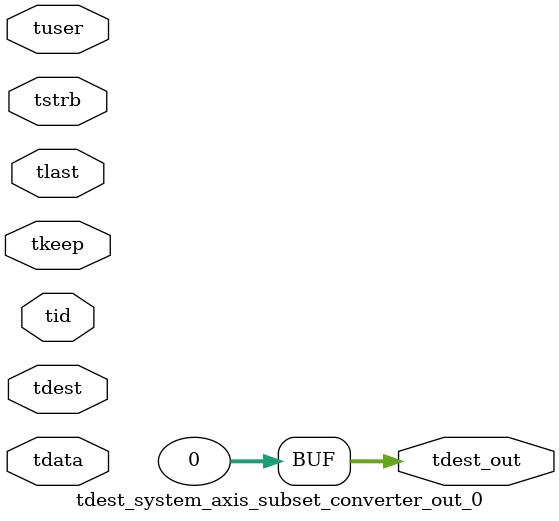
<source format=v>


`timescale 1ps/1ps

module tdest_system_axis_subset_converter_out_0 #
(
parameter C_S_AXIS_TDATA_WIDTH = 32,
parameter C_S_AXIS_TUSER_WIDTH = 0,
parameter C_S_AXIS_TID_WIDTH   = 0,
parameter C_S_AXIS_TDEST_WIDTH = 0,
parameter C_M_AXIS_TDEST_WIDTH = 32
)
(
input  [(C_S_AXIS_TDATA_WIDTH == 0 ? 1 : C_S_AXIS_TDATA_WIDTH)-1:0     ] tdata,
input  [(C_S_AXIS_TUSER_WIDTH == 0 ? 1 : C_S_AXIS_TUSER_WIDTH)-1:0     ] tuser,
input  [(C_S_AXIS_TID_WIDTH   == 0 ? 1 : C_S_AXIS_TID_WIDTH)-1:0       ] tid,
input  [(C_S_AXIS_TDEST_WIDTH == 0 ? 1 : C_S_AXIS_TDEST_WIDTH)-1:0     ] tdest,
input  [(C_S_AXIS_TDATA_WIDTH/8)-1:0 ] tkeep,
input  [(C_S_AXIS_TDATA_WIDTH/8)-1:0 ] tstrb,
input                                                                    tlast,
output [C_M_AXIS_TDEST_WIDTH-1:0] tdest_out
);

assign tdest_out = {1'b0};

endmodule


</source>
